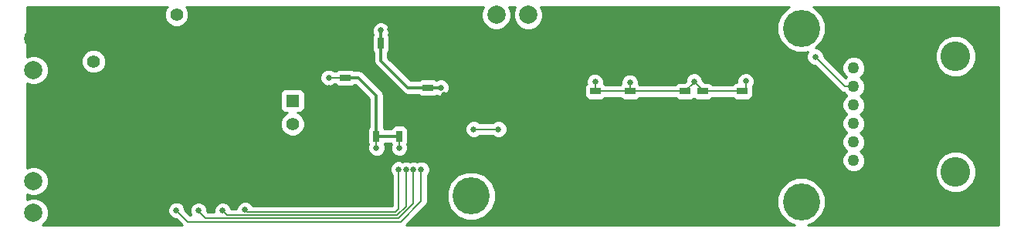
<source format=gbl>
G04 (created by PCBNEW-RS274X (2012-jan-04)-stable) date Fri 13 Apr 2012 11:09:43 PM EDT*
G01*
G70*
G90*
%MOIN*%
G04 Gerber Fmt 3.4, Leading zero omitted, Abs format*
%FSLAX34Y34*%
G04 APERTURE LIST*
%ADD10C,0.006000*%
%ADD11C,0.160000*%
%ADD12R,0.045000X0.025000*%
%ADD13R,0.025000X0.045000*%
%ADD14C,0.078700*%
%ADD15R,0.055000X0.055000*%
%ADD16C,0.055000*%
%ADD17C,0.050000*%
%ADD18C,0.100000*%
%ADD19C,0.128000*%
%ADD20C,0.025000*%
%ADD21C,0.008000*%
%ADD22C,0.012000*%
%ADD23C,0.020000*%
%ADD24C,0.010000*%
G04 APERTURE END LIST*
G54D10*
G54D11*
X28000Y-14500D03*
X42250Y-07250D03*
X42250Y-14750D03*
G54D12*
X33365Y-09975D03*
X33365Y-10575D03*
X37985Y-09975D03*
X37985Y-10575D03*
X34855Y-09975D03*
X34855Y-10575D03*
X37245Y-09975D03*
X37245Y-10575D03*
X39695Y-09975D03*
X39695Y-10575D03*
G54D13*
X23910Y-11920D03*
X23310Y-11920D03*
X24890Y-11920D03*
X25490Y-11920D03*
X24100Y-07900D03*
X24700Y-07900D03*
G54D12*
X26140Y-09820D03*
X26140Y-10420D03*
X22570Y-09390D03*
X22570Y-09990D03*
G54D14*
X09110Y-15239D03*
X09110Y-13861D03*
X30459Y-06680D03*
X29081Y-06680D03*
X09110Y-07681D03*
X09110Y-09059D03*
G54D15*
X20290Y-10390D03*
G54D16*
X20290Y-11390D03*
X11705Y-08685D03*
X11705Y-07685D03*
X15285Y-06665D03*
X14285Y-06665D03*
G54D17*
X44505Y-10565D03*
X44505Y-11365D03*
X44505Y-12165D03*
X44505Y-12965D03*
X44505Y-09765D03*
X44505Y-08965D03*
G54D18*
X50155Y-14140D03*
X50155Y-07790D03*
G54D19*
X48905Y-08465D03*
X48905Y-13465D03*
G54D20*
X28110Y-11620D03*
X29180Y-11620D03*
X18240Y-15110D03*
X24870Y-13350D03*
X17270Y-15140D03*
X25190Y-13360D03*
X25510Y-13360D03*
X16230Y-15140D03*
X15270Y-15130D03*
X25840Y-13360D03*
X26700Y-09820D03*
X33355Y-09565D03*
X23910Y-12430D03*
X24890Y-12430D03*
X21850Y-09390D03*
X24100Y-07320D03*
X37625Y-09555D03*
X39855Y-09545D03*
X34855Y-09595D03*
X40865Y-13395D03*
X29340Y-08940D03*
X14220Y-12390D03*
X30990Y-09260D03*
X30990Y-08940D03*
X29340Y-09260D03*
X22750Y-13460D03*
X40365Y-08835D03*
X38355Y-11985D03*
X26830Y-10120D03*
X38345Y-09575D03*
X24500Y-07310D03*
X21880Y-09820D03*
X33855Y-11865D03*
X14425Y-10745D03*
X36605Y-09595D03*
X42855Y-08485D03*
G54D21*
X28110Y-11620D02*
X29180Y-11620D01*
G54D10*
X24870Y-13350D02*
X24870Y-15070D01*
X18330Y-15200D02*
X18240Y-15110D01*
X24740Y-15200D02*
X18330Y-15200D01*
X24870Y-15070D02*
X24740Y-15200D01*
X25190Y-14960D02*
X24810Y-15340D01*
X17470Y-15340D02*
X17270Y-15140D01*
X25190Y-13360D02*
X25190Y-14960D01*
X24810Y-15340D02*
X17470Y-15340D01*
X25510Y-14830D02*
X24860Y-15480D01*
X16230Y-15180D02*
X16230Y-15140D01*
X25510Y-13360D02*
X25510Y-14830D01*
X16530Y-15480D02*
X16230Y-15180D01*
X24860Y-15480D02*
X16530Y-15480D01*
X15760Y-15620D02*
X15270Y-15130D01*
X24950Y-15620D02*
X15760Y-15620D01*
X25840Y-13360D02*
X25840Y-14730D01*
X25840Y-14730D02*
X24950Y-15620D01*
G54D22*
X24100Y-07320D02*
X24100Y-07900D01*
X26700Y-09820D02*
X26140Y-09820D01*
G54D10*
X24890Y-12430D02*
X24890Y-11920D01*
G54D22*
X25270Y-09820D02*
X26140Y-09820D01*
X24100Y-07900D02*
X24100Y-08650D01*
X24100Y-08650D02*
X25270Y-09820D01*
X22570Y-09390D02*
X23140Y-09390D01*
G54D21*
X39855Y-09815D02*
X39695Y-09975D01*
X33355Y-09565D02*
X33365Y-09575D01*
G54D10*
X23910Y-12430D02*
X23910Y-11920D01*
G54D22*
X23140Y-09390D02*
X23910Y-10160D01*
X23910Y-10160D02*
X23910Y-11920D01*
X23910Y-11920D02*
X24890Y-11920D01*
G54D21*
X37625Y-09555D02*
X37985Y-09915D01*
X34855Y-09595D02*
X34855Y-09975D01*
X21850Y-09390D02*
X22570Y-09390D01*
X37985Y-09915D02*
X37985Y-09975D01*
X34855Y-09975D02*
X33365Y-09975D01*
X33365Y-09575D02*
X33365Y-09975D01*
X37245Y-09975D02*
X34855Y-09975D01*
X39855Y-09545D02*
X39855Y-09815D01*
X39695Y-09975D02*
X37985Y-09975D01*
X37625Y-09555D02*
X37625Y-09595D01*
X37625Y-09595D02*
X37245Y-09975D01*
G54D23*
X29360Y-09280D02*
X29360Y-09290D01*
X29340Y-09260D02*
X29360Y-09280D01*
X29340Y-08940D02*
X29350Y-08950D01*
G54D21*
X36605Y-09595D02*
X36575Y-09535D01*
G54D23*
X29350Y-08950D02*
X29360Y-08950D01*
G54D21*
X42855Y-08485D02*
X44135Y-09765D01*
X44135Y-09765D02*
X44505Y-09765D01*
G54D10*
G36*
X50775Y-15775D02*
X49795Y-15775D01*
X49795Y-13643D01*
X49795Y-13289D01*
X49795Y-08643D01*
X49795Y-08289D01*
X49660Y-07962D01*
X49410Y-07711D01*
X49083Y-07575D01*
X48729Y-07575D01*
X48402Y-07710D01*
X48151Y-07960D01*
X48015Y-08287D01*
X48015Y-08641D01*
X48150Y-08968D01*
X48400Y-09219D01*
X48727Y-09355D01*
X49081Y-09355D01*
X49408Y-09220D01*
X49659Y-08970D01*
X49795Y-08643D01*
X49795Y-13289D01*
X49660Y-12962D01*
X49410Y-12711D01*
X49083Y-12575D01*
X48729Y-12575D01*
X48402Y-12710D01*
X48151Y-12960D01*
X48015Y-13287D01*
X48015Y-13641D01*
X48150Y-13968D01*
X48400Y-14219D01*
X48727Y-14355D01*
X49081Y-14355D01*
X49408Y-14220D01*
X49659Y-13970D01*
X49795Y-13643D01*
X49795Y-15775D01*
X42518Y-15775D01*
X42844Y-15640D01*
X43140Y-15345D01*
X43300Y-14960D01*
X43300Y-14542D01*
X43140Y-14156D01*
X42845Y-13860D01*
X42460Y-13700D01*
X42042Y-13700D01*
X41656Y-13860D01*
X41360Y-14155D01*
X41200Y-14540D01*
X41200Y-14958D01*
X41360Y-15344D01*
X41655Y-15640D01*
X41979Y-15775D01*
X40230Y-15775D01*
X40230Y-09620D01*
X40230Y-09471D01*
X40173Y-09333D01*
X40068Y-09228D01*
X39930Y-09170D01*
X39781Y-09170D01*
X39643Y-09227D01*
X39538Y-09332D01*
X39480Y-09470D01*
X39480Y-09601D01*
X39421Y-09601D01*
X39329Y-09639D01*
X39283Y-09685D01*
X38397Y-09685D01*
X38351Y-09639D01*
X38260Y-09601D01*
X38161Y-09601D01*
X38081Y-09601D01*
X38000Y-09520D01*
X38000Y-09481D01*
X37943Y-09343D01*
X37838Y-09238D01*
X37700Y-09180D01*
X37551Y-09180D01*
X37413Y-09237D01*
X37308Y-09342D01*
X37250Y-09480D01*
X37250Y-09560D01*
X37209Y-09601D01*
X36971Y-09601D01*
X36879Y-09639D01*
X36833Y-09685D01*
X35267Y-09685D01*
X35230Y-09648D01*
X35230Y-09521D01*
X35173Y-09383D01*
X35068Y-09278D01*
X34930Y-09220D01*
X34781Y-09220D01*
X34643Y-09277D01*
X34538Y-09382D01*
X34480Y-09520D01*
X34480Y-09648D01*
X34443Y-09685D01*
X33777Y-09685D01*
X33731Y-09639D01*
X33730Y-09638D01*
X33730Y-09491D01*
X33673Y-09353D01*
X33568Y-09248D01*
X33430Y-09190D01*
X33281Y-09190D01*
X33143Y-09247D01*
X33038Y-09352D01*
X32980Y-09490D01*
X32980Y-09639D01*
X32985Y-09652D01*
X32929Y-09709D01*
X32891Y-09800D01*
X32891Y-09899D01*
X32891Y-10149D01*
X32929Y-10241D01*
X32999Y-10311D01*
X33090Y-10349D01*
X33189Y-10349D01*
X33639Y-10349D01*
X33731Y-10311D01*
X33777Y-10265D01*
X34443Y-10265D01*
X34489Y-10311D01*
X34580Y-10349D01*
X34679Y-10349D01*
X35129Y-10349D01*
X35221Y-10311D01*
X35267Y-10265D01*
X36833Y-10265D01*
X36879Y-10311D01*
X36970Y-10349D01*
X37069Y-10349D01*
X37519Y-10349D01*
X37611Y-10311D01*
X37615Y-10307D01*
X37619Y-10311D01*
X37710Y-10349D01*
X37809Y-10349D01*
X38259Y-10349D01*
X38351Y-10311D01*
X38397Y-10265D01*
X39283Y-10265D01*
X39329Y-10311D01*
X39420Y-10349D01*
X39519Y-10349D01*
X39969Y-10349D01*
X40061Y-10311D01*
X40131Y-10241D01*
X40169Y-10150D01*
X40169Y-10051D01*
X40169Y-09801D01*
X40157Y-09772D01*
X40172Y-09758D01*
X40230Y-09620D01*
X40230Y-15775D01*
X29555Y-15775D01*
X29555Y-11695D01*
X29555Y-11546D01*
X29498Y-11408D01*
X29393Y-11303D01*
X29255Y-11245D01*
X29106Y-11245D01*
X28968Y-11302D01*
X28940Y-11330D01*
X28350Y-11330D01*
X28323Y-11303D01*
X28185Y-11245D01*
X28036Y-11245D01*
X27898Y-11302D01*
X27793Y-11407D01*
X27735Y-11545D01*
X27735Y-11694D01*
X27792Y-11832D01*
X27897Y-11937D01*
X28035Y-11995D01*
X28184Y-11995D01*
X28322Y-11938D01*
X28350Y-11910D01*
X28940Y-11910D01*
X28967Y-11937D01*
X29105Y-11995D01*
X29254Y-11995D01*
X29392Y-11938D01*
X29497Y-11833D01*
X29555Y-11695D01*
X29555Y-15775D01*
X29050Y-15775D01*
X29050Y-14710D01*
X29050Y-14292D01*
X28890Y-13906D01*
X28595Y-13610D01*
X28210Y-13450D01*
X27792Y-13450D01*
X27406Y-13610D01*
X27110Y-13905D01*
X27065Y-14013D01*
X27065Y-09895D01*
X27065Y-09746D01*
X27008Y-09608D01*
X26903Y-09503D01*
X26765Y-09445D01*
X26616Y-09445D01*
X26510Y-09488D01*
X26506Y-09484D01*
X26415Y-09446D01*
X26316Y-09446D01*
X25866Y-09446D01*
X25774Y-09484D01*
X25748Y-09510D01*
X25398Y-09510D01*
X24410Y-08521D01*
X24410Y-08292D01*
X24436Y-08266D01*
X24474Y-08175D01*
X24474Y-08076D01*
X24474Y-07626D01*
X24436Y-07534D01*
X24431Y-07529D01*
X24475Y-07425D01*
X24475Y-07276D01*
X24418Y-07138D01*
X24313Y-07033D01*
X24175Y-06975D01*
X24026Y-06975D01*
X23888Y-07032D01*
X23783Y-07137D01*
X23725Y-07275D01*
X23725Y-07424D01*
X23768Y-07529D01*
X23764Y-07534D01*
X23726Y-07625D01*
X23726Y-07724D01*
X23726Y-08174D01*
X23764Y-08266D01*
X23790Y-08292D01*
X23790Y-08650D01*
X23814Y-08769D01*
X23881Y-08869D01*
X25050Y-10039D01*
X25051Y-10039D01*
X25151Y-10106D01*
X25270Y-10130D01*
X25748Y-10130D01*
X25774Y-10156D01*
X25865Y-10194D01*
X25964Y-10194D01*
X26414Y-10194D01*
X26506Y-10156D01*
X26510Y-10151D01*
X26615Y-10195D01*
X26764Y-10195D01*
X26902Y-10138D01*
X27007Y-10033D01*
X27065Y-09895D01*
X27065Y-14013D01*
X26950Y-14290D01*
X26950Y-14708D01*
X27110Y-15094D01*
X27405Y-15390D01*
X27790Y-15550D01*
X28208Y-15550D01*
X28594Y-15390D01*
X28890Y-15095D01*
X29050Y-14710D01*
X29050Y-15775D01*
X25191Y-15775D01*
X26038Y-14928D01*
X26098Y-14838D01*
X26099Y-14837D01*
X26120Y-14730D01*
X26120Y-13610D01*
X26157Y-13573D01*
X26215Y-13435D01*
X26215Y-13286D01*
X26158Y-13148D01*
X26053Y-13043D01*
X25915Y-12985D01*
X25766Y-12985D01*
X25674Y-13022D01*
X25585Y-12985D01*
X25436Y-12985D01*
X25349Y-13020D01*
X25265Y-12985D01*
X25265Y-12505D01*
X25265Y-12356D01*
X25231Y-12273D01*
X25264Y-12195D01*
X25264Y-12096D01*
X25264Y-11646D01*
X25226Y-11554D01*
X25156Y-11484D01*
X25065Y-11446D01*
X24966Y-11446D01*
X24716Y-11446D01*
X24624Y-11484D01*
X24554Y-11554D01*
X24530Y-11610D01*
X24269Y-11610D01*
X24246Y-11554D01*
X24220Y-11528D01*
X24220Y-10160D01*
X24219Y-10159D01*
X24196Y-10041D01*
X24129Y-09941D01*
X24129Y-09940D01*
X23359Y-09171D01*
X23259Y-09104D01*
X23140Y-09080D01*
X22962Y-09080D01*
X22936Y-09054D01*
X22845Y-09016D01*
X22746Y-09016D01*
X22296Y-09016D01*
X22204Y-09054D01*
X22158Y-09100D01*
X22090Y-09100D01*
X22063Y-09073D01*
X21925Y-09015D01*
X21776Y-09015D01*
X21638Y-09072D01*
X21533Y-09177D01*
X21475Y-09315D01*
X21475Y-09464D01*
X21532Y-09602D01*
X21637Y-09707D01*
X21775Y-09765D01*
X21924Y-09765D01*
X22062Y-09708D01*
X22090Y-09680D01*
X22158Y-09680D01*
X22204Y-09726D01*
X22295Y-09764D01*
X22394Y-09764D01*
X22844Y-09764D01*
X22936Y-09726D01*
X22962Y-09700D01*
X23011Y-09700D01*
X23600Y-10288D01*
X23600Y-11528D01*
X23574Y-11554D01*
X23536Y-11645D01*
X23536Y-11744D01*
X23536Y-12194D01*
X23569Y-12274D01*
X23535Y-12355D01*
X23535Y-12504D01*
X23592Y-12642D01*
X23697Y-12747D01*
X23835Y-12805D01*
X23984Y-12805D01*
X24122Y-12748D01*
X24227Y-12643D01*
X24285Y-12505D01*
X24285Y-12356D01*
X24251Y-12273D01*
X24269Y-12230D01*
X24530Y-12230D01*
X24549Y-12274D01*
X24515Y-12355D01*
X24515Y-12504D01*
X24572Y-12642D01*
X24677Y-12747D01*
X24815Y-12805D01*
X24964Y-12805D01*
X25102Y-12748D01*
X25207Y-12643D01*
X25265Y-12505D01*
X25265Y-12985D01*
X25116Y-12985D01*
X25041Y-13015D01*
X24945Y-12975D01*
X24796Y-12975D01*
X24658Y-13032D01*
X24553Y-13137D01*
X24495Y-13275D01*
X24495Y-13424D01*
X24552Y-13562D01*
X24590Y-13600D01*
X24590Y-14920D01*
X20815Y-14920D01*
X20815Y-11495D01*
X20815Y-11286D01*
X20735Y-11093D01*
X20588Y-10945D01*
X20513Y-10914D01*
X20614Y-10914D01*
X20706Y-10876D01*
X20776Y-10806D01*
X20814Y-10715D01*
X20814Y-10616D01*
X20814Y-10066D01*
X20776Y-09974D01*
X20706Y-09904D01*
X20615Y-09866D01*
X20516Y-09866D01*
X19966Y-09866D01*
X19874Y-09904D01*
X19804Y-09974D01*
X19766Y-10065D01*
X19766Y-10164D01*
X19766Y-10714D01*
X19804Y-10806D01*
X19874Y-10876D01*
X19965Y-10914D01*
X20064Y-10914D01*
X19993Y-10945D01*
X19845Y-11092D01*
X19765Y-11285D01*
X19765Y-11494D01*
X19845Y-11687D01*
X19992Y-11835D01*
X20185Y-11915D01*
X20394Y-11915D01*
X20587Y-11835D01*
X20735Y-11688D01*
X20815Y-11495D01*
X20815Y-14920D01*
X18567Y-14920D01*
X18558Y-14898D01*
X18453Y-14793D01*
X18315Y-14735D01*
X18166Y-14735D01*
X18028Y-14792D01*
X17923Y-14897D01*
X17865Y-15035D01*
X17865Y-15060D01*
X17642Y-15060D01*
X17588Y-14928D01*
X17483Y-14823D01*
X17345Y-14765D01*
X17196Y-14765D01*
X17058Y-14822D01*
X16953Y-14927D01*
X16895Y-15065D01*
X16895Y-15200D01*
X16646Y-15200D01*
X16605Y-15159D01*
X16605Y-15066D01*
X16548Y-14928D01*
X16443Y-14823D01*
X16305Y-14765D01*
X16156Y-14765D01*
X16018Y-14822D01*
X15913Y-14927D01*
X15855Y-15065D01*
X15855Y-15214D01*
X15907Y-15340D01*
X15876Y-15340D01*
X15645Y-15109D01*
X15645Y-15056D01*
X15588Y-14918D01*
X15483Y-14813D01*
X15345Y-14755D01*
X15196Y-14755D01*
X15058Y-14812D01*
X14953Y-14917D01*
X14895Y-15055D01*
X14895Y-15204D01*
X14952Y-15342D01*
X15057Y-15447D01*
X15195Y-15505D01*
X15249Y-15505D01*
X15519Y-15775D01*
X12230Y-15775D01*
X12230Y-08790D01*
X12230Y-08581D01*
X12150Y-08388D01*
X12003Y-08240D01*
X11810Y-08160D01*
X11601Y-08160D01*
X11408Y-08240D01*
X11260Y-08387D01*
X11180Y-08580D01*
X11180Y-08789D01*
X11260Y-08982D01*
X11407Y-09130D01*
X11600Y-09210D01*
X11809Y-09210D01*
X12002Y-09130D01*
X12150Y-08983D01*
X12230Y-08790D01*
X12230Y-15775D01*
X09482Y-15775D01*
X09654Y-15604D01*
X09753Y-15368D01*
X09753Y-15112D01*
X09655Y-14876D01*
X09475Y-14695D01*
X09239Y-14596D01*
X08983Y-14596D01*
X08825Y-14661D01*
X08825Y-14438D01*
X08981Y-14504D01*
X09237Y-14504D01*
X09473Y-14406D01*
X09654Y-14226D01*
X09753Y-13990D01*
X09753Y-13734D01*
X09655Y-13498D01*
X09475Y-13317D01*
X09239Y-13218D01*
X08983Y-13218D01*
X08825Y-13283D01*
X08825Y-09636D01*
X08981Y-09702D01*
X09237Y-09702D01*
X09473Y-09604D01*
X09654Y-09424D01*
X09753Y-09188D01*
X09753Y-08932D01*
X09655Y-08696D01*
X09475Y-08515D01*
X09239Y-08416D01*
X08983Y-08416D01*
X08825Y-08481D01*
X08825Y-06325D01*
X14882Y-06325D01*
X14840Y-06367D01*
X14760Y-06560D01*
X14760Y-06769D01*
X14840Y-06962D01*
X14987Y-07110D01*
X15180Y-07190D01*
X15389Y-07190D01*
X15582Y-07110D01*
X15730Y-06963D01*
X15810Y-06770D01*
X15810Y-06561D01*
X15730Y-06368D01*
X15687Y-06325D01*
X28532Y-06325D01*
X28438Y-06551D01*
X28438Y-06807D01*
X28536Y-07043D01*
X28716Y-07224D01*
X28952Y-07323D01*
X29208Y-07323D01*
X29444Y-07225D01*
X29625Y-07045D01*
X29724Y-06809D01*
X29724Y-06553D01*
X29629Y-06325D01*
X29910Y-06325D01*
X29816Y-06551D01*
X29816Y-06807D01*
X29914Y-07043D01*
X30094Y-07224D01*
X30330Y-07323D01*
X30586Y-07323D01*
X30822Y-07225D01*
X31003Y-07045D01*
X31102Y-06809D01*
X31102Y-06553D01*
X31007Y-06325D01*
X41740Y-06325D01*
X41656Y-06360D01*
X41360Y-06655D01*
X41200Y-07040D01*
X41200Y-07458D01*
X41360Y-07844D01*
X41655Y-08140D01*
X42040Y-08300D01*
X42458Y-08300D01*
X42546Y-08263D01*
X42538Y-08272D01*
X42480Y-08410D01*
X42480Y-08559D01*
X42537Y-08697D01*
X42642Y-08802D01*
X42780Y-08860D01*
X42820Y-08860D01*
X43930Y-09970D01*
X44024Y-10033D01*
X44080Y-10044D01*
X44082Y-10047D01*
X44199Y-10165D01*
X44082Y-10282D01*
X44006Y-10466D01*
X44006Y-10664D01*
X44082Y-10847D01*
X44199Y-10965D01*
X44082Y-11082D01*
X44006Y-11266D01*
X44006Y-11464D01*
X44082Y-11647D01*
X44199Y-11765D01*
X44082Y-11882D01*
X44006Y-12066D01*
X44006Y-12264D01*
X44082Y-12447D01*
X44199Y-12565D01*
X44082Y-12682D01*
X44006Y-12866D01*
X44006Y-13064D01*
X44082Y-13247D01*
X44222Y-13388D01*
X44406Y-13464D01*
X44604Y-13464D01*
X44787Y-13388D01*
X44928Y-13248D01*
X45004Y-13064D01*
X45004Y-12866D01*
X44928Y-12683D01*
X44810Y-12564D01*
X44928Y-12448D01*
X45004Y-12264D01*
X45004Y-12066D01*
X44928Y-11883D01*
X44810Y-11764D01*
X44928Y-11648D01*
X45004Y-11464D01*
X45004Y-11266D01*
X44928Y-11083D01*
X44810Y-10964D01*
X44928Y-10848D01*
X45004Y-10664D01*
X45004Y-10466D01*
X44928Y-10283D01*
X44810Y-10164D01*
X44928Y-10048D01*
X45004Y-09864D01*
X45004Y-09666D01*
X44928Y-09483D01*
X44810Y-09364D01*
X44928Y-09248D01*
X45004Y-09064D01*
X45004Y-08866D01*
X44928Y-08683D01*
X44788Y-08542D01*
X44604Y-08466D01*
X44406Y-08466D01*
X44223Y-08542D01*
X44082Y-08682D01*
X44006Y-08866D01*
X44006Y-09064D01*
X44082Y-09247D01*
X44199Y-09365D01*
X44172Y-09392D01*
X43230Y-08450D01*
X43230Y-08411D01*
X43173Y-08273D01*
X43068Y-08168D01*
X42930Y-08110D01*
X42874Y-08110D01*
X43140Y-07845D01*
X43300Y-07460D01*
X43300Y-07042D01*
X43140Y-06656D01*
X42845Y-06360D01*
X42760Y-06325D01*
X50775Y-06325D01*
X50775Y-15775D01*
X50775Y-15775D01*
G37*
G54D24*
X50775Y-15775D02*
X49795Y-15775D01*
X49795Y-13643D01*
X49795Y-13289D01*
X49795Y-08643D01*
X49795Y-08289D01*
X49660Y-07962D01*
X49410Y-07711D01*
X49083Y-07575D01*
X48729Y-07575D01*
X48402Y-07710D01*
X48151Y-07960D01*
X48015Y-08287D01*
X48015Y-08641D01*
X48150Y-08968D01*
X48400Y-09219D01*
X48727Y-09355D01*
X49081Y-09355D01*
X49408Y-09220D01*
X49659Y-08970D01*
X49795Y-08643D01*
X49795Y-13289D01*
X49660Y-12962D01*
X49410Y-12711D01*
X49083Y-12575D01*
X48729Y-12575D01*
X48402Y-12710D01*
X48151Y-12960D01*
X48015Y-13287D01*
X48015Y-13641D01*
X48150Y-13968D01*
X48400Y-14219D01*
X48727Y-14355D01*
X49081Y-14355D01*
X49408Y-14220D01*
X49659Y-13970D01*
X49795Y-13643D01*
X49795Y-15775D01*
X42518Y-15775D01*
X42844Y-15640D01*
X43140Y-15345D01*
X43300Y-14960D01*
X43300Y-14542D01*
X43140Y-14156D01*
X42845Y-13860D01*
X42460Y-13700D01*
X42042Y-13700D01*
X41656Y-13860D01*
X41360Y-14155D01*
X41200Y-14540D01*
X41200Y-14958D01*
X41360Y-15344D01*
X41655Y-15640D01*
X41979Y-15775D01*
X40230Y-15775D01*
X40230Y-09620D01*
X40230Y-09471D01*
X40173Y-09333D01*
X40068Y-09228D01*
X39930Y-09170D01*
X39781Y-09170D01*
X39643Y-09227D01*
X39538Y-09332D01*
X39480Y-09470D01*
X39480Y-09601D01*
X39421Y-09601D01*
X39329Y-09639D01*
X39283Y-09685D01*
X38397Y-09685D01*
X38351Y-09639D01*
X38260Y-09601D01*
X38161Y-09601D01*
X38081Y-09601D01*
X38000Y-09520D01*
X38000Y-09481D01*
X37943Y-09343D01*
X37838Y-09238D01*
X37700Y-09180D01*
X37551Y-09180D01*
X37413Y-09237D01*
X37308Y-09342D01*
X37250Y-09480D01*
X37250Y-09560D01*
X37209Y-09601D01*
X36971Y-09601D01*
X36879Y-09639D01*
X36833Y-09685D01*
X35267Y-09685D01*
X35230Y-09648D01*
X35230Y-09521D01*
X35173Y-09383D01*
X35068Y-09278D01*
X34930Y-09220D01*
X34781Y-09220D01*
X34643Y-09277D01*
X34538Y-09382D01*
X34480Y-09520D01*
X34480Y-09648D01*
X34443Y-09685D01*
X33777Y-09685D01*
X33731Y-09639D01*
X33730Y-09638D01*
X33730Y-09491D01*
X33673Y-09353D01*
X33568Y-09248D01*
X33430Y-09190D01*
X33281Y-09190D01*
X33143Y-09247D01*
X33038Y-09352D01*
X32980Y-09490D01*
X32980Y-09639D01*
X32985Y-09652D01*
X32929Y-09709D01*
X32891Y-09800D01*
X32891Y-09899D01*
X32891Y-10149D01*
X32929Y-10241D01*
X32999Y-10311D01*
X33090Y-10349D01*
X33189Y-10349D01*
X33639Y-10349D01*
X33731Y-10311D01*
X33777Y-10265D01*
X34443Y-10265D01*
X34489Y-10311D01*
X34580Y-10349D01*
X34679Y-10349D01*
X35129Y-10349D01*
X35221Y-10311D01*
X35267Y-10265D01*
X36833Y-10265D01*
X36879Y-10311D01*
X36970Y-10349D01*
X37069Y-10349D01*
X37519Y-10349D01*
X37611Y-10311D01*
X37615Y-10307D01*
X37619Y-10311D01*
X37710Y-10349D01*
X37809Y-10349D01*
X38259Y-10349D01*
X38351Y-10311D01*
X38397Y-10265D01*
X39283Y-10265D01*
X39329Y-10311D01*
X39420Y-10349D01*
X39519Y-10349D01*
X39969Y-10349D01*
X40061Y-10311D01*
X40131Y-10241D01*
X40169Y-10150D01*
X40169Y-10051D01*
X40169Y-09801D01*
X40157Y-09772D01*
X40172Y-09758D01*
X40230Y-09620D01*
X40230Y-15775D01*
X29555Y-15775D01*
X29555Y-11695D01*
X29555Y-11546D01*
X29498Y-11408D01*
X29393Y-11303D01*
X29255Y-11245D01*
X29106Y-11245D01*
X28968Y-11302D01*
X28940Y-11330D01*
X28350Y-11330D01*
X28323Y-11303D01*
X28185Y-11245D01*
X28036Y-11245D01*
X27898Y-11302D01*
X27793Y-11407D01*
X27735Y-11545D01*
X27735Y-11694D01*
X27792Y-11832D01*
X27897Y-11937D01*
X28035Y-11995D01*
X28184Y-11995D01*
X28322Y-11938D01*
X28350Y-11910D01*
X28940Y-11910D01*
X28967Y-11937D01*
X29105Y-11995D01*
X29254Y-11995D01*
X29392Y-11938D01*
X29497Y-11833D01*
X29555Y-11695D01*
X29555Y-15775D01*
X29050Y-15775D01*
X29050Y-14710D01*
X29050Y-14292D01*
X28890Y-13906D01*
X28595Y-13610D01*
X28210Y-13450D01*
X27792Y-13450D01*
X27406Y-13610D01*
X27110Y-13905D01*
X27065Y-14013D01*
X27065Y-09895D01*
X27065Y-09746D01*
X27008Y-09608D01*
X26903Y-09503D01*
X26765Y-09445D01*
X26616Y-09445D01*
X26510Y-09488D01*
X26506Y-09484D01*
X26415Y-09446D01*
X26316Y-09446D01*
X25866Y-09446D01*
X25774Y-09484D01*
X25748Y-09510D01*
X25398Y-09510D01*
X24410Y-08521D01*
X24410Y-08292D01*
X24436Y-08266D01*
X24474Y-08175D01*
X24474Y-08076D01*
X24474Y-07626D01*
X24436Y-07534D01*
X24431Y-07529D01*
X24475Y-07425D01*
X24475Y-07276D01*
X24418Y-07138D01*
X24313Y-07033D01*
X24175Y-06975D01*
X24026Y-06975D01*
X23888Y-07032D01*
X23783Y-07137D01*
X23725Y-07275D01*
X23725Y-07424D01*
X23768Y-07529D01*
X23764Y-07534D01*
X23726Y-07625D01*
X23726Y-07724D01*
X23726Y-08174D01*
X23764Y-08266D01*
X23790Y-08292D01*
X23790Y-08650D01*
X23814Y-08769D01*
X23881Y-08869D01*
X25050Y-10039D01*
X25051Y-10039D01*
X25151Y-10106D01*
X25270Y-10130D01*
X25748Y-10130D01*
X25774Y-10156D01*
X25865Y-10194D01*
X25964Y-10194D01*
X26414Y-10194D01*
X26506Y-10156D01*
X26510Y-10151D01*
X26615Y-10195D01*
X26764Y-10195D01*
X26902Y-10138D01*
X27007Y-10033D01*
X27065Y-09895D01*
X27065Y-14013D01*
X26950Y-14290D01*
X26950Y-14708D01*
X27110Y-15094D01*
X27405Y-15390D01*
X27790Y-15550D01*
X28208Y-15550D01*
X28594Y-15390D01*
X28890Y-15095D01*
X29050Y-14710D01*
X29050Y-15775D01*
X25191Y-15775D01*
X26038Y-14928D01*
X26098Y-14838D01*
X26099Y-14837D01*
X26120Y-14730D01*
X26120Y-13610D01*
X26157Y-13573D01*
X26215Y-13435D01*
X26215Y-13286D01*
X26158Y-13148D01*
X26053Y-13043D01*
X25915Y-12985D01*
X25766Y-12985D01*
X25674Y-13022D01*
X25585Y-12985D01*
X25436Y-12985D01*
X25349Y-13020D01*
X25265Y-12985D01*
X25265Y-12505D01*
X25265Y-12356D01*
X25231Y-12273D01*
X25264Y-12195D01*
X25264Y-12096D01*
X25264Y-11646D01*
X25226Y-11554D01*
X25156Y-11484D01*
X25065Y-11446D01*
X24966Y-11446D01*
X24716Y-11446D01*
X24624Y-11484D01*
X24554Y-11554D01*
X24530Y-11610D01*
X24269Y-11610D01*
X24246Y-11554D01*
X24220Y-11528D01*
X24220Y-10160D01*
X24219Y-10159D01*
X24196Y-10041D01*
X24129Y-09941D01*
X24129Y-09940D01*
X23359Y-09171D01*
X23259Y-09104D01*
X23140Y-09080D01*
X22962Y-09080D01*
X22936Y-09054D01*
X22845Y-09016D01*
X22746Y-09016D01*
X22296Y-09016D01*
X22204Y-09054D01*
X22158Y-09100D01*
X22090Y-09100D01*
X22063Y-09073D01*
X21925Y-09015D01*
X21776Y-09015D01*
X21638Y-09072D01*
X21533Y-09177D01*
X21475Y-09315D01*
X21475Y-09464D01*
X21532Y-09602D01*
X21637Y-09707D01*
X21775Y-09765D01*
X21924Y-09765D01*
X22062Y-09708D01*
X22090Y-09680D01*
X22158Y-09680D01*
X22204Y-09726D01*
X22295Y-09764D01*
X22394Y-09764D01*
X22844Y-09764D01*
X22936Y-09726D01*
X22962Y-09700D01*
X23011Y-09700D01*
X23600Y-10288D01*
X23600Y-11528D01*
X23574Y-11554D01*
X23536Y-11645D01*
X23536Y-11744D01*
X23536Y-12194D01*
X23569Y-12274D01*
X23535Y-12355D01*
X23535Y-12504D01*
X23592Y-12642D01*
X23697Y-12747D01*
X23835Y-12805D01*
X23984Y-12805D01*
X24122Y-12748D01*
X24227Y-12643D01*
X24285Y-12505D01*
X24285Y-12356D01*
X24251Y-12273D01*
X24269Y-12230D01*
X24530Y-12230D01*
X24549Y-12274D01*
X24515Y-12355D01*
X24515Y-12504D01*
X24572Y-12642D01*
X24677Y-12747D01*
X24815Y-12805D01*
X24964Y-12805D01*
X25102Y-12748D01*
X25207Y-12643D01*
X25265Y-12505D01*
X25265Y-12985D01*
X25116Y-12985D01*
X25041Y-13015D01*
X24945Y-12975D01*
X24796Y-12975D01*
X24658Y-13032D01*
X24553Y-13137D01*
X24495Y-13275D01*
X24495Y-13424D01*
X24552Y-13562D01*
X24590Y-13600D01*
X24590Y-14920D01*
X20815Y-14920D01*
X20815Y-11495D01*
X20815Y-11286D01*
X20735Y-11093D01*
X20588Y-10945D01*
X20513Y-10914D01*
X20614Y-10914D01*
X20706Y-10876D01*
X20776Y-10806D01*
X20814Y-10715D01*
X20814Y-10616D01*
X20814Y-10066D01*
X20776Y-09974D01*
X20706Y-09904D01*
X20615Y-09866D01*
X20516Y-09866D01*
X19966Y-09866D01*
X19874Y-09904D01*
X19804Y-09974D01*
X19766Y-10065D01*
X19766Y-10164D01*
X19766Y-10714D01*
X19804Y-10806D01*
X19874Y-10876D01*
X19965Y-10914D01*
X20064Y-10914D01*
X19993Y-10945D01*
X19845Y-11092D01*
X19765Y-11285D01*
X19765Y-11494D01*
X19845Y-11687D01*
X19992Y-11835D01*
X20185Y-11915D01*
X20394Y-11915D01*
X20587Y-11835D01*
X20735Y-11688D01*
X20815Y-11495D01*
X20815Y-14920D01*
X18567Y-14920D01*
X18558Y-14898D01*
X18453Y-14793D01*
X18315Y-14735D01*
X18166Y-14735D01*
X18028Y-14792D01*
X17923Y-14897D01*
X17865Y-15035D01*
X17865Y-15060D01*
X17642Y-15060D01*
X17588Y-14928D01*
X17483Y-14823D01*
X17345Y-14765D01*
X17196Y-14765D01*
X17058Y-14822D01*
X16953Y-14927D01*
X16895Y-15065D01*
X16895Y-15200D01*
X16646Y-15200D01*
X16605Y-15159D01*
X16605Y-15066D01*
X16548Y-14928D01*
X16443Y-14823D01*
X16305Y-14765D01*
X16156Y-14765D01*
X16018Y-14822D01*
X15913Y-14927D01*
X15855Y-15065D01*
X15855Y-15214D01*
X15907Y-15340D01*
X15876Y-15340D01*
X15645Y-15109D01*
X15645Y-15056D01*
X15588Y-14918D01*
X15483Y-14813D01*
X15345Y-14755D01*
X15196Y-14755D01*
X15058Y-14812D01*
X14953Y-14917D01*
X14895Y-15055D01*
X14895Y-15204D01*
X14952Y-15342D01*
X15057Y-15447D01*
X15195Y-15505D01*
X15249Y-15505D01*
X15519Y-15775D01*
X12230Y-15775D01*
X12230Y-08790D01*
X12230Y-08581D01*
X12150Y-08388D01*
X12003Y-08240D01*
X11810Y-08160D01*
X11601Y-08160D01*
X11408Y-08240D01*
X11260Y-08387D01*
X11180Y-08580D01*
X11180Y-08789D01*
X11260Y-08982D01*
X11407Y-09130D01*
X11600Y-09210D01*
X11809Y-09210D01*
X12002Y-09130D01*
X12150Y-08983D01*
X12230Y-08790D01*
X12230Y-15775D01*
X09482Y-15775D01*
X09654Y-15604D01*
X09753Y-15368D01*
X09753Y-15112D01*
X09655Y-14876D01*
X09475Y-14695D01*
X09239Y-14596D01*
X08983Y-14596D01*
X08825Y-14661D01*
X08825Y-14438D01*
X08981Y-14504D01*
X09237Y-14504D01*
X09473Y-14406D01*
X09654Y-14226D01*
X09753Y-13990D01*
X09753Y-13734D01*
X09655Y-13498D01*
X09475Y-13317D01*
X09239Y-13218D01*
X08983Y-13218D01*
X08825Y-13283D01*
X08825Y-09636D01*
X08981Y-09702D01*
X09237Y-09702D01*
X09473Y-09604D01*
X09654Y-09424D01*
X09753Y-09188D01*
X09753Y-08932D01*
X09655Y-08696D01*
X09475Y-08515D01*
X09239Y-08416D01*
X08983Y-08416D01*
X08825Y-08481D01*
X08825Y-06325D01*
X14882Y-06325D01*
X14840Y-06367D01*
X14760Y-06560D01*
X14760Y-06769D01*
X14840Y-06962D01*
X14987Y-07110D01*
X15180Y-07190D01*
X15389Y-07190D01*
X15582Y-07110D01*
X15730Y-06963D01*
X15810Y-06770D01*
X15810Y-06561D01*
X15730Y-06368D01*
X15687Y-06325D01*
X28532Y-06325D01*
X28438Y-06551D01*
X28438Y-06807D01*
X28536Y-07043D01*
X28716Y-07224D01*
X28952Y-07323D01*
X29208Y-07323D01*
X29444Y-07225D01*
X29625Y-07045D01*
X29724Y-06809D01*
X29724Y-06553D01*
X29629Y-06325D01*
X29910Y-06325D01*
X29816Y-06551D01*
X29816Y-06807D01*
X29914Y-07043D01*
X30094Y-07224D01*
X30330Y-07323D01*
X30586Y-07323D01*
X30822Y-07225D01*
X31003Y-07045D01*
X31102Y-06809D01*
X31102Y-06553D01*
X31007Y-06325D01*
X41740Y-06325D01*
X41656Y-06360D01*
X41360Y-06655D01*
X41200Y-07040D01*
X41200Y-07458D01*
X41360Y-07844D01*
X41655Y-08140D01*
X42040Y-08300D01*
X42458Y-08300D01*
X42546Y-08263D01*
X42538Y-08272D01*
X42480Y-08410D01*
X42480Y-08559D01*
X42537Y-08697D01*
X42642Y-08802D01*
X42780Y-08860D01*
X42820Y-08860D01*
X43930Y-09970D01*
X44024Y-10033D01*
X44080Y-10044D01*
X44082Y-10047D01*
X44199Y-10165D01*
X44082Y-10282D01*
X44006Y-10466D01*
X44006Y-10664D01*
X44082Y-10847D01*
X44199Y-10965D01*
X44082Y-11082D01*
X44006Y-11266D01*
X44006Y-11464D01*
X44082Y-11647D01*
X44199Y-11765D01*
X44082Y-11882D01*
X44006Y-12066D01*
X44006Y-12264D01*
X44082Y-12447D01*
X44199Y-12565D01*
X44082Y-12682D01*
X44006Y-12866D01*
X44006Y-13064D01*
X44082Y-13247D01*
X44222Y-13388D01*
X44406Y-13464D01*
X44604Y-13464D01*
X44787Y-13388D01*
X44928Y-13248D01*
X45004Y-13064D01*
X45004Y-12866D01*
X44928Y-12683D01*
X44810Y-12564D01*
X44928Y-12448D01*
X45004Y-12264D01*
X45004Y-12066D01*
X44928Y-11883D01*
X44810Y-11764D01*
X44928Y-11648D01*
X45004Y-11464D01*
X45004Y-11266D01*
X44928Y-11083D01*
X44810Y-10964D01*
X44928Y-10848D01*
X45004Y-10664D01*
X45004Y-10466D01*
X44928Y-10283D01*
X44810Y-10164D01*
X44928Y-10048D01*
X45004Y-09864D01*
X45004Y-09666D01*
X44928Y-09483D01*
X44810Y-09364D01*
X44928Y-09248D01*
X45004Y-09064D01*
X45004Y-08866D01*
X44928Y-08683D01*
X44788Y-08542D01*
X44604Y-08466D01*
X44406Y-08466D01*
X44223Y-08542D01*
X44082Y-08682D01*
X44006Y-08866D01*
X44006Y-09064D01*
X44082Y-09247D01*
X44199Y-09365D01*
X44172Y-09392D01*
X43230Y-08450D01*
X43230Y-08411D01*
X43173Y-08273D01*
X43068Y-08168D01*
X42930Y-08110D01*
X42874Y-08110D01*
X43140Y-07845D01*
X43300Y-07460D01*
X43300Y-07042D01*
X43140Y-06656D01*
X42845Y-06360D01*
X42760Y-06325D01*
X50775Y-06325D01*
X50775Y-15775D01*
M02*

</source>
